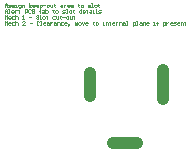
<source format=gm1>
%FSLAX42Y42*%
%MOMM*%
G71*
G01*
G75*
G04 Layer_Color=16711935*
%ADD10R,1.10X1.40*%
%ADD11O,2.20X0.60*%
%ADD12R,1.10X1.70*%
%ADD13R,1.40X6.70*%
%ADD14C,0.64*%
%ADD15C,0.55*%
%ADD16C,0.30*%
%ADD17C,3.81*%
%ADD18R,3.81X3.81*%
%ADD19R,1.85X1.85*%
%ADD20C,1.85*%
%ADD21C,1.50*%
%ADD22R,1.50X1.50*%
%ADD23R,1.50X1.50*%
%ADD24O,2.00X1.00*%
%ADD25O,2.00X1.00*%
%ADD26C,1.52*%
%ADD27C,3.80*%
%ADD28R,1.60X1.60*%
%ADD29C,1.60*%
%ADD30C,1.50*%
%ADD31R,1.50X1.50*%
%ADD32R,1.50X1.50*%
%ADD33O,2.00X4.50*%
%ADD34O,2.00X4.00*%
%ADD35O,4.00X2.00*%
%ADD36C,1.27*%
%ADD37C,0.25*%
%ADD38C,0.20*%
%ADD39C,0.60*%
%ADD40C,0.25*%
%ADD41C,0.20*%
%ADD42C,0.15*%
%ADD43R,1.30X1.60*%
%ADD44O,2.40X0.80*%
%ADD45R,1.30X1.90*%
%ADD46R,1.60X6.90*%
%ADD47C,4.01*%
%ADD48R,4.01X4.01*%
%ADD49R,2.05X2.05*%
%ADD50C,2.05*%
%ADD51C,1.70*%
%ADD52R,1.70X1.70*%
%ADD53R,1.70X1.70*%
%ADD54O,2.20X1.20*%
%ADD55O,2.20X1.20*%
%ADD56C,1.73*%
%ADD57C,4.00*%
%ADD58R,1.80X1.80*%
%ADD59C,1.80*%
%ADD60C,1.70*%
%ADD61R,1.70X1.70*%
%ADD62R,1.70X1.70*%
%ADD63O,2.20X4.70*%
%ADD64O,2.20X4.20*%
%ADD65O,4.20X2.20*%
%ADD66C,1.47*%
%ADD67C,1.00*%
%ADD68C,0.03*%
D67*
X22086Y24843D02*
Y25043D01*
X22286Y24443D02*
X22486D01*
X22706Y24818D02*
Y25068D01*
D68*
X21365Y25449D02*
Y25479D01*
X21375Y25469D01*
X21385Y25479D01*
Y25449D01*
X21410D02*
X21400D01*
X21395Y25454D01*
Y25464D01*
X21400Y25469D01*
X21410D01*
X21415Y25464D01*
Y25459D01*
X21395D01*
X21445Y25469D02*
X21430D01*
X21425Y25464D01*
Y25454D01*
X21430Y25449D01*
X21445D01*
X21455Y25479D02*
Y25449D01*
Y25464D01*
X21460Y25469D01*
X21470D01*
X21475Y25464D01*
Y25449D01*
X21535D02*
X21515D01*
X21535Y25469D01*
Y25474D01*
X21530Y25479D01*
X21520D01*
X21515Y25474D01*
X21575Y25464D02*
X21595D01*
X21655Y25474D02*
X21650Y25479D01*
X21640D01*
X21635Y25474D01*
Y25454D01*
X21640Y25449D01*
X21650D01*
X21655Y25454D01*
X21665Y25449D02*
X21674D01*
X21670D01*
Y25479D01*
X21665D01*
X21704Y25449D02*
X21694D01*
X21689Y25454D01*
Y25464D01*
X21694Y25469D01*
X21704D01*
X21709Y25464D01*
Y25459D01*
X21689D01*
X21724Y25469D02*
X21734D01*
X21739Y25464D01*
Y25449D01*
X21724D01*
X21719Y25454D01*
X21724Y25459D01*
X21739D01*
X21749Y25469D02*
Y25449D01*
Y25459D01*
X21754Y25464D01*
X21759Y25469D01*
X21764D01*
X21784D02*
X21794D01*
X21799Y25464D01*
Y25449D01*
X21784D01*
X21779Y25454D01*
X21784Y25459D01*
X21799D01*
X21809Y25449D02*
Y25469D01*
X21824D01*
X21829Y25464D01*
Y25449D01*
X21859Y25469D02*
X21844D01*
X21839Y25464D01*
Y25454D01*
X21844Y25449D01*
X21859D01*
X21884D02*
X21874D01*
X21869Y25454D01*
Y25464D01*
X21874Y25469D01*
X21884D01*
X21889Y25464D01*
Y25459D01*
X21869D01*
X21904Y25444D02*
X21909Y25449D01*
Y25454D01*
X21904D01*
Y25449D01*
X21909D01*
X21904Y25444D01*
X21899Y25439D01*
X21959Y25449D02*
Y25469D01*
X21964D01*
X21969Y25464D01*
Y25449D01*
Y25464D01*
X21974Y25469D01*
X21979Y25464D01*
Y25449D01*
X21994D02*
X22004D01*
X22009Y25454D01*
Y25464D01*
X22004Y25469D01*
X21994D01*
X21989Y25464D01*
Y25454D01*
X21994Y25449D01*
X22019Y25469D02*
X22029Y25449D01*
X22039Y25469D01*
X22064Y25449D02*
X22054D01*
X22049Y25454D01*
Y25464D01*
X22054Y25469D01*
X22064D01*
X22069Y25464D01*
Y25459D01*
X22049D01*
X22114Y25474D02*
Y25469D01*
X22109D01*
X22119D01*
X22114D01*
Y25454D01*
X22119Y25449D01*
X22139D02*
X22149D01*
X22154Y25454D01*
Y25464D01*
X22149Y25469D01*
X22139D01*
X22134Y25464D01*
Y25454D01*
X22139Y25449D01*
X22194D02*
X22204D01*
X22199D01*
Y25469D01*
X22194D01*
X22219Y25449D02*
Y25469D01*
X22234D01*
X22239Y25464D01*
Y25449D01*
X22254Y25474D02*
Y25469D01*
X22249D01*
X22259D01*
X22254D01*
Y25454D01*
X22259Y25449D01*
X22289D02*
X22279D01*
X22274Y25454D01*
Y25464D01*
X22279Y25469D01*
X22289D01*
X22294Y25464D01*
Y25459D01*
X22274D01*
X22304Y25469D02*
Y25449D01*
Y25459D01*
X22309Y25464D01*
X22314Y25469D01*
X22319D01*
X22334Y25449D02*
Y25469D01*
X22349D01*
X22354Y25464D01*
Y25449D01*
X22369Y25469D02*
X22379D01*
X22384Y25464D01*
Y25449D01*
X22369D01*
X22364Y25454D01*
X22369Y25459D01*
X22384D01*
X22394Y25449D02*
X22404D01*
X22399D01*
Y25479D01*
X22394D01*
X22449Y25439D02*
Y25469D01*
X22464D01*
X22469Y25464D01*
Y25454D01*
X22464Y25449D01*
X22449D01*
X22479D02*
X22489D01*
X22484D01*
Y25479D01*
X22479D01*
X22509Y25469D02*
X22519D01*
X22524Y25464D01*
Y25449D01*
X22509D01*
X22504Y25454D01*
X22509Y25459D01*
X22524D01*
X22534Y25449D02*
Y25469D01*
X22549D01*
X22554Y25464D01*
Y25449D01*
X22579D02*
X22569D01*
X22564Y25454D01*
Y25464D01*
X22569Y25469D01*
X22579D01*
X22584Y25464D01*
Y25459D01*
X22564D01*
X22624Y25449D02*
X22634D01*
X22629D01*
Y25469D01*
X22624D01*
X22654Y25449D02*
Y25474D01*
Y25464D01*
X22649D01*
X22659D01*
X22654D01*
Y25474D01*
X22659Y25479D01*
X22704Y25439D02*
Y25469D01*
X22719D01*
X22724Y25464D01*
Y25454D01*
X22719Y25449D01*
X22704D01*
X22734Y25469D02*
Y25449D01*
Y25459D01*
X22739Y25464D01*
X22744Y25469D01*
X22749D01*
X22779Y25449D02*
X22769D01*
X22764Y25454D01*
Y25464D01*
X22769Y25469D01*
X22779D01*
X22784Y25464D01*
Y25459D01*
X22764D01*
X22794Y25449D02*
X22809D01*
X22814Y25454D01*
X22809Y25459D01*
X22799D01*
X22794Y25464D01*
X22799Y25469D01*
X22814D01*
X22839Y25449D02*
X22829D01*
X22824Y25454D01*
Y25464D01*
X22829Y25469D01*
X22839D01*
X22844Y25464D01*
Y25459D01*
X22824D01*
X22854Y25449D02*
Y25469D01*
X22869D01*
X22874Y25464D01*
Y25449D01*
X22889Y25474D02*
Y25469D01*
X22884D01*
X22894D01*
X22889D01*
Y25454D01*
X22894Y25449D01*
X21365Y25499D02*
Y25529D01*
X21375Y25519D01*
X21385Y25529D01*
Y25499D01*
X21410D02*
X21400D01*
X21395Y25504D01*
Y25514D01*
X21400Y25519D01*
X21410D01*
X21415Y25514D01*
Y25509D01*
X21395D01*
X21445Y25519D02*
X21430D01*
X21425Y25514D01*
Y25504D01*
X21430Y25499D01*
X21445D01*
X21455Y25529D02*
Y25499D01*
Y25514D01*
X21460Y25519D01*
X21470D01*
X21475Y25514D01*
Y25499D01*
X21515D02*
X21525D01*
X21520D01*
Y25529D01*
X21515Y25524D01*
X21570Y25514D02*
X21590D01*
X21650Y25524D02*
X21645Y25529D01*
X21635D01*
X21630Y25524D01*
Y25519D01*
X21635Y25514D01*
X21645D01*
X21650Y25509D01*
Y25504D01*
X21645Y25499D01*
X21635D01*
X21630Y25504D01*
X21660Y25499D02*
X21670D01*
X21665D01*
Y25529D01*
X21660D01*
X21689Y25499D02*
X21699D01*
X21704Y25504D01*
Y25514D01*
X21699Y25519D01*
X21689D01*
X21684Y25514D01*
Y25504D01*
X21689Y25499D01*
X21719Y25524D02*
Y25519D01*
X21714D01*
X21724D01*
X21719D01*
Y25504D01*
X21724Y25499D01*
X21789Y25519D02*
X21774D01*
X21769Y25514D01*
Y25504D01*
X21774Y25499D01*
X21789D01*
X21799Y25519D02*
Y25504D01*
X21804Y25499D01*
X21819D01*
Y25519D01*
X21834Y25524D02*
Y25519D01*
X21829D01*
X21839D01*
X21834D01*
Y25504D01*
X21839Y25499D01*
X21854Y25514D02*
X21874D01*
X21889Y25499D02*
X21899D01*
X21904Y25504D01*
Y25514D01*
X21899Y25519D01*
X21889D01*
X21884Y25514D01*
Y25504D01*
X21889Y25499D01*
X21914Y25519D02*
Y25504D01*
X21919Y25499D01*
X21934D01*
Y25519D01*
X21949Y25524D02*
Y25519D01*
X21944D01*
X21954D01*
X21949D01*
Y25504D01*
X21954Y25499D01*
X21365Y25599D02*
Y25619D01*
X21375Y25629D01*
X21385Y25619D01*
Y25599D01*
Y25614D01*
X21365D01*
X21395Y25599D02*
X21410D01*
X21415Y25604D01*
X21410Y25609D01*
X21400D01*
X21395Y25614D01*
X21400Y25619D01*
X21415D01*
X21425Y25599D02*
X21440D01*
X21445Y25604D01*
X21440Y25609D01*
X21430D01*
X21425Y25614D01*
X21430Y25619D01*
X21445D01*
X21455Y25599D02*
X21465D01*
X21460D01*
Y25619D01*
X21455D01*
X21490Y25589D02*
X21495D01*
X21500Y25594D01*
Y25619D01*
X21485D01*
X21480Y25614D01*
Y25604D01*
X21485Y25599D01*
X21500D01*
X21510D02*
Y25619D01*
X21525D01*
X21530Y25614D01*
Y25599D01*
X21570D02*
Y25629D01*
Y25609D02*
X21585Y25619D01*
X21570Y25609D02*
X21585Y25599D01*
X21615D02*
X21605D01*
X21600Y25604D01*
Y25614D01*
X21605Y25619D01*
X21615D01*
X21620Y25614D01*
Y25609D01*
X21600D01*
X21645Y25599D02*
X21635D01*
X21630Y25604D01*
Y25614D01*
X21635Y25619D01*
X21645D01*
X21650Y25614D01*
Y25609D01*
X21630D01*
X21660Y25589D02*
Y25619D01*
X21674D01*
X21679Y25614D01*
Y25604D01*
X21674Y25599D01*
X21660D01*
X21689Y25614D02*
X21709D01*
X21724Y25599D02*
X21734D01*
X21739Y25604D01*
Y25614D01*
X21734Y25619D01*
X21724D01*
X21719Y25614D01*
Y25604D01*
X21724Y25599D01*
X21749Y25619D02*
Y25604D01*
X21754Y25599D01*
X21769D01*
Y25619D01*
X21784Y25624D02*
Y25619D01*
X21779D01*
X21789D01*
X21784D01*
Y25604D01*
X21789Y25599D01*
X21839Y25619D02*
X21849D01*
X21854Y25614D01*
Y25599D01*
X21839D01*
X21834Y25604D01*
X21839Y25609D01*
X21854D01*
X21864Y25619D02*
Y25599D01*
Y25609D01*
X21869Y25614D01*
X21874Y25619D01*
X21879D01*
X21909Y25599D02*
X21899D01*
X21894Y25604D01*
Y25614D01*
X21899Y25619D01*
X21909D01*
X21914Y25614D01*
Y25609D01*
X21894D01*
X21929Y25619D02*
X21939D01*
X21944Y25614D01*
Y25599D01*
X21929D01*
X21924Y25604D01*
X21929Y25609D01*
X21944D01*
X21989Y25624D02*
Y25619D01*
X21984D01*
X21994D01*
X21989D01*
Y25604D01*
X21994Y25599D01*
X22014D02*
X22024D01*
X22029Y25604D01*
Y25614D01*
X22024Y25619D01*
X22014D01*
X22009Y25614D01*
Y25604D01*
X22014Y25599D01*
X22069D02*
X22084D01*
X22089Y25604D01*
X22084Y25609D01*
X22074D01*
X22069Y25614D01*
X22074Y25619D01*
X22089D01*
X22099Y25599D02*
X22109D01*
X22104D01*
Y25629D01*
X22099D01*
X22129Y25599D02*
X22139D01*
X22144Y25604D01*
Y25614D01*
X22139Y25619D01*
X22129D01*
X22124Y25614D01*
Y25604D01*
X22129Y25599D01*
X22159Y25624D02*
Y25619D01*
X22154D01*
X22164D01*
X22159D01*
Y25604D01*
X22164Y25599D01*
X21365Y25549D02*
Y25569D01*
X21375Y25579D01*
X21385Y25569D01*
Y25549D01*
Y25564D01*
X21365D01*
X21395Y25549D02*
X21405D01*
X21400D01*
Y25579D01*
X21395D01*
X21435Y25549D02*
X21425D01*
X21420Y25554D01*
Y25564D01*
X21425Y25569D01*
X21435D01*
X21440Y25564D01*
Y25559D01*
X21420D01*
X21450Y25569D02*
Y25549D01*
Y25559D01*
X21455Y25564D01*
X21460Y25569D01*
X21465D01*
X21485Y25574D02*
Y25569D01*
X21480D01*
X21490D01*
X21485D01*
Y25554D01*
X21490Y25549D01*
X21535D02*
Y25579D01*
X21550D01*
X21555Y25574D01*
Y25564D01*
X21550Y25559D01*
X21535D01*
X21585Y25574D02*
X21580Y25579D01*
X21570D01*
X21565Y25574D01*
Y25554D01*
X21570Y25549D01*
X21580D01*
X21585Y25554D01*
X21595Y25579D02*
Y25549D01*
X21610D01*
X21615Y25554D01*
Y25559D01*
X21610Y25564D01*
X21595D01*
X21610D01*
X21615Y25569D01*
Y25574D01*
X21610Y25579D01*
X21595D01*
X21660Y25549D02*
Y25574D01*
Y25564D01*
X21655D01*
X21665D01*
X21660D01*
Y25574D01*
X21665Y25579D01*
X21684Y25569D02*
X21694D01*
X21699Y25564D01*
Y25549D01*
X21684D01*
X21679Y25554D01*
X21684Y25559D01*
X21699D01*
X21709Y25579D02*
Y25549D01*
X21724D01*
X21729Y25554D01*
Y25559D01*
Y25564D01*
X21724Y25569D01*
X21709D01*
X21774Y25574D02*
Y25569D01*
X21769D01*
X21779D01*
X21774D01*
Y25554D01*
X21779Y25549D01*
X21799D02*
X21809D01*
X21814Y25554D01*
Y25564D01*
X21809Y25569D01*
X21799D01*
X21794Y25564D01*
Y25554D01*
X21799Y25549D01*
X21854D02*
X21869D01*
X21874Y25554D01*
X21869Y25559D01*
X21859D01*
X21854Y25564D01*
X21859Y25569D01*
X21874D01*
X21884Y25549D02*
X21894D01*
X21889D01*
Y25579D01*
X21884D01*
X21914Y25549D02*
X21924D01*
X21929Y25554D01*
Y25564D01*
X21924Y25569D01*
X21914D01*
X21909Y25564D01*
Y25554D01*
X21914Y25549D01*
X21944Y25574D02*
Y25569D01*
X21939D01*
X21949D01*
X21944D01*
Y25554D01*
X21949Y25549D01*
X22014Y25579D02*
Y25549D01*
X21999D01*
X21994Y25554D01*
Y25564D01*
X21999Y25569D01*
X22014D01*
X22039Y25549D02*
X22029D01*
X22024Y25554D01*
Y25564D01*
X22029Y25569D01*
X22039D01*
X22044Y25564D01*
Y25559D01*
X22024D01*
X22059Y25574D02*
Y25569D01*
X22054D01*
X22064D01*
X22059D01*
Y25554D01*
X22064Y25549D01*
X22084Y25569D02*
X22094D01*
X22099Y25564D01*
Y25549D01*
X22084D01*
X22079Y25554D01*
X22084Y25559D01*
X22099D01*
X22109Y25549D02*
X22119D01*
X22114D01*
Y25569D01*
X22109D01*
X22134Y25549D02*
X22144D01*
X22139D01*
Y25579D01*
X22134D01*
X22159Y25549D02*
X22174D01*
X22179Y25554D01*
X22174Y25559D01*
X22164D01*
X22159Y25564D01*
X22164Y25569D01*
X22179D01*
M02*

</source>
